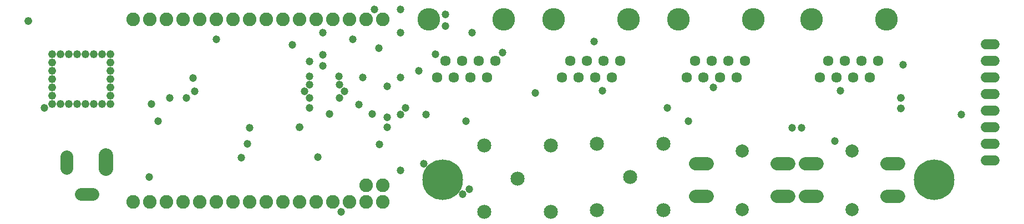
<source format=gbs>
G75*
%MOIN*%
%OFA0B0*%
%FSLAX24Y24*%
%IPPOS*%
%LPD*%
%AMOC8*
5,1,8,0,0,1.08239X$1,22.5*
%
%ADD10C,0.0845*%
%ADD11C,0.0785*%
%ADD12C,0.0790*%
%ADD13C,0.0634*%
%ADD14C,0.1360*%
%ADD15C,0.0780*%
%ADD16C,0.0880*%
%ADD17C,0.0600*%
%ADD18C,0.0820*%
%ADD19C,0.0480*%
%ADD20C,0.0470*%
%ADD21C,0.0476*%
%ADD22C,0.2442*%
D10*
X028280Y002180D03*
X032280Y002180D03*
X035030Y002280D03*
X039030Y002280D03*
X037030Y004280D03*
X032280Y006180D03*
X035030Y006280D03*
X039030Y006280D03*
X030280Y004180D03*
X028280Y006180D03*
D11*
X040968Y005060D02*
X041673Y005060D01*
X045888Y005060D02*
X046593Y005060D01*
X047568Y005060D02*
X048273Y005060D01*
X052488Y005060D02*
X053193Y005060D01*
X053193Y003100D02*
X052488Y003100D01*
X048273Y003100D02*
X047568Y003100D01*
X046593Y003100D02*
X045888Y003100D01*
X041673Y003100D02*
X040968Y003100D01*
D12*
X043780Y002310D03*
X050380Y002310D03*
X050380Y005850D03*
X043780Y005850D03*
D13*
X043430Y010280D03*
X042430Y010280D03*
X041430Y010280D03*
X040430Y010280D03*
X040930Y011280D03*
X041930Y011280D03*
X042930Y011280D03*
X043930Y011280D03*
X048430Y010280D03*
X049430Y010280D03*
X050430Y010280D03*
X051430Y010280D03*
X050930Y011280D03*
X049930Y011280D03*
X048930Y011280D03*
X051930Y011280D03*
X036430Y011280D03*
X035430Y011280D03*
X034430Y011280D03*
X033430Y011280D03*
X032930Y010280D03*
X033930Y010280D03*
X034930Y010280D03*
X035930Y010280D03*
X028930Y011280D03*
X027930Y011280D03*
X026930Y011280D03*
X025930Y011280D03*
X025430Y010280D03*
X026430Y010280D03*
X027430Y010280D03*
X028430Y010280D03*
D14*
X029430Y013780D03*
X032430Y013780D03*
X036930Y013780D03*
X039930Y013780D03*
X044430Y013780D03*
X047930Y013780D03*
X052430Y013780D03*
X024930Y013780D03*
D15*
X003180Y005505D02*
X003180Y004805D01*
X004031Y003226D02*
X004731Y003226D01*
D16*
X005542Y004755D02*
X005542Y005555D01*
D17*
X058420Y005280D02*
X058940Y005280D01*
X058940Y006280D02*
X058420Y006280D01*
X058420Y007280D02*
X058940Y007280D01*
X058940Y008280D02*
X058420Y008280D01*
X058420Y009280D02*
X058940Y009280D01*
X058940Y010280D02*
X058420Y010280D01*
X058420Y011280D02*
X058940Y011280D01*
X058940Y012280D02*
X058420Y012280D01*
D18*
X007180Y002780D03*
X008180Y002780D03*
X009180Y002780D03*
X010180Y002780D03*
X011180Y002780D03*
X012180Y002780D03*
X013180Y002780D03*
X014180Y002780D03*
X015180Y002780D03*
X016180Y002780D03*
X017180Y002780D03*
X018180Y002780D03*
X019180Y002780D03*
X020180Y002780D03*
X021180Y002780D03*
X022180Y002780D03*
X022180Y003780D03*
X021180Y003780D03*
X021180Y013780D03*
X020180Y013780D03*
X019180Y013780D03*
X018180Y013780D03*
X017180Y013780D03*
X016180Y013780D03*
X015180Y013780D03*
X014180Y013780D03*
X013180Y013780D03*
X012180Y013780D03*
X011180Y013780D03*
X010180Y013780D03*
X009180Y013780D03*
X008180Y013780D03*
X007180Y013780D03*
X022180Y013780D03*
D19*
X005805Y011655D03*
X005305Y011655D03*
X004805Y011655D03*
X004305Y011655D03*
X003805Y011655D03*
X003305Y011655D03*
X002805Y011655D03*
X002305Y011655D03*
X002305Y011155D03*
X002305Y010655D03*
X002305Y010155D03*
X002305Y009655D03*
X002305Y009155D03*
X002305Y008655D03*
X002805Y008655D03*
X003305Y008655D03*
X003805Y008655D03*
X004305Y008655D03*
X004805Y008655D03*
X005305Y008655D03*
X005805Y008655D03*
X005805Y009155D03*
X005805Y009655D03*
X005805Y010155D03*
X005805Y010655D03*
X005805Y011155D03*
D20*
X010780Y010230D03*
X010880Y009430D03*
X010380Y009030D03*
X009380Y009030D03*
X008280Y008680D03*
X008680Y007630D03*
X014180Y007230D03*
X014030Y006280D03*
X013680Y005430D03*
X018280Y005480D03*
X021980Y006230D03*
X022430Y007280D03*
X022430Y007880D03*
X021530Y008080D03*
X020730Y008630D03*
X019580Y009030D03*
X019880Y009430D03*
X019580Y009830D03*
X020980Y010280D03*
X019530Y010330D03*
X018580Y010980D03*
X017780Y011230D03*
X018580Y011630D03*
X016730Y012230D03*
X018580Y012980D03*
X020380Y012580D03*
X021930Y012030D03*
X023230Y012980D03*
X025930Y013380D03*
X027530Y012980D03*
X025930Y014080D03*
X023230Y014380D03*
X021680Y014380D03*
X025330Y011680D03*
X024330Y010680D03*
X023230Y010280D03*
X022430Y009730D03*
X023530Y008430D03*
X023230Y008030D03*
X024780Y008030D03*
X027180Y007630D03*
X031330Y009330D03*
X035380Y009480D03*
X039280Y008430D03*
X040530Y007630D03*
X042030Y009680D03*
X046780Y007230D03*
X047330Y007230D03*
X049330Y006430D03*
X056930Y008030D03*
X049680Y009480D03*
X053430Y011030D03*
X034880Y012430D03*
X029380Y011780D03*
X018980Y008080D03*
X017780Y008430D03*
X017780Y009030D03*
X017480Y009430D03*
X017780Y009830D03*
X017780Y010330D03*
X012180Y012580D03*
X001830Y008430D03*
X008130Y004280D03*
X019680Y002180D03*
X026980Y003230D03*
X027380Y003530D03*
X023230Y004680D03*
X024630Y005080D03*
D21*
X017180Y007280D03*
X000880Y013680D03*
X053305Y009030D03*
X053305Y008405D03*
D22*
X055298Y004119D03*
X025771Y004119D03*
M02*

</source>
